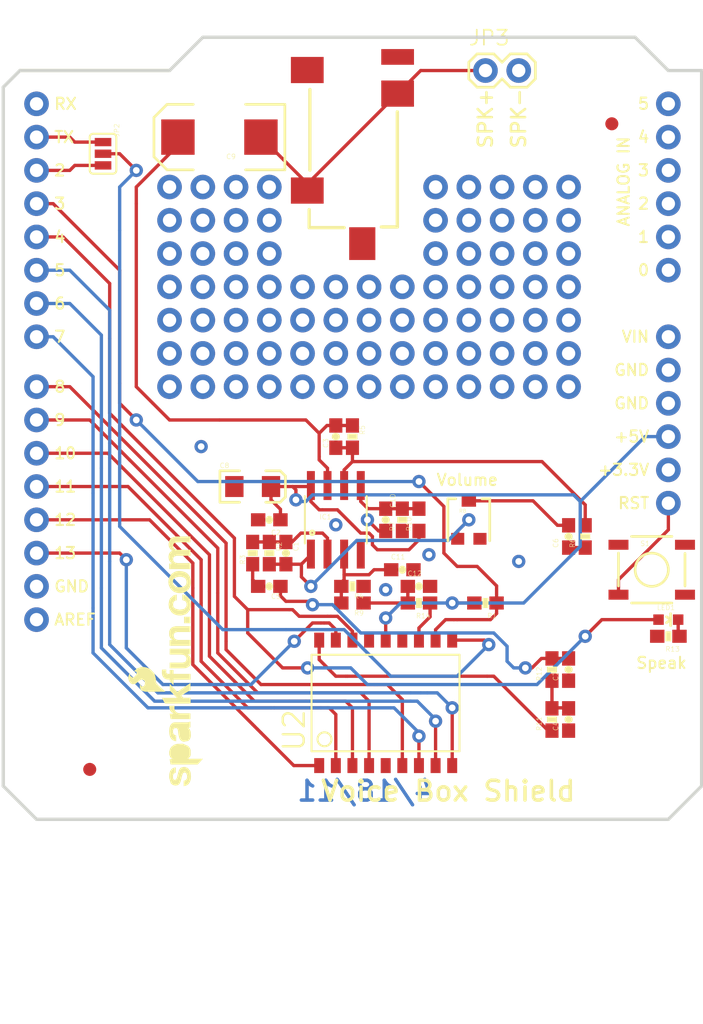
<source format=kicad_pcb>
(kicad_pcb (version 20211014) (generator pcbnew)
  (layers (0 "F.Cu" signal) (31 "B.Cu" signal) (34 "B.Paste" user) (35 "F.Paste" user) (36 "B.SilkS" user "B.Silkscreen") (37 "F.SilkS" user "F.Silkscreen") (38 "B.Mask" user) (39 "F.Mask" user) (44 "Edge.Cuts" user))
  (net 0 "")
  (net 1 "VCC")
  (net 2 "GND")
  (net 3 "E0")
  (net 4 "E1")
  (net 5 "E2")
  (net 6 "E3")
  (net 7 "E4")
  (net 8 "E5")
  (net 9 "E6")
  (net 10 "E7")
  (net 11 "RDY")
  (net 12 "N$4")
  (net 13 "N$7")
  (net 14 "IN1")
  (net 15 "OUT1")
  (net 16 "N$5")
  (net 17 "N$6")
  (net 18 "N$8")
  (net 19 "N$9")
  (net 20 "V_OUT")
  (net 21 "SPK+")
  (net 22 "N$10")
  (net 23 "N$11")
  (net 24 "D-TX")
  (net 25 "TX")
  (net 26 "N$3")
  (net 27 "RESET")
  (net 28 "N$13")
  (net 29 "N$15")
  (net 30 "RST")
  (net 31 "SPK")
  (net 32 "AUDIO")
  (net 33 "N$16")
  (net 34 "N$17")
  (net 35 "N$18")
  (net 36 "N$19")
  (net 37 "N$20")
  (net 38 "N$21")
  (net 39 "N$22")
  (net 40 "N$23")
  (net 41 "N$24")
  (net 42 "N$25")
  (net 43 "N$26")
  (net 44 "N$27")
  (net 45 "N$28")
  (net 46 "N$29")
  (net 47 "N$30")
  (net 48 "N$31")
  (net 49 "N$32")
  (net 50 "N$33")
  (net 51 "N$34")
  (net 52 "N$35")
  (net 53 "N$36")
  (net 54 "N$37")
  (net 55 "N$38")
  (net 56 "N$39")
  (net 57 "N$40")
  (net 58 "N$41")
  (net 59 "N$42")
  (net 60 "N$43")
  (net 61 "N$44")
  (net 62 "N$45")
  (net 63 "N$46")
  (net 64 "N$47")
  (net 65 "N$48")
  (net 66 "N$49")
  (net 67 "N$50")
  (net 68 "N$51")
  (net 69 "N$52")
  (net 70 "N$53")
  (net 71 "N$54")
  (net 72 "N$55")
  (net 73 "N$56")
  (net 74 "N$57")
  (net 75 "N$58")
  (net 76 "N$59")
  (net 77 "N$60")
  (net 78 "N$61")
  (net 79 "N$62")
  (net 80 "N$63")
  (net 81 "N$64")
  (net 82 "N$65")
  (net 83 "N$66")
  (net 84 "N$67")
  (net 85 "N$68")
  (net 86 "N$69")
  (net 87 "N$70")
  (net 88 "N$75")
  (net 89 "N$76")
  (net 90 "N$77")
  (net 91 "N$78")
  (net 92 "N$79")
  (net 93 "N$80")
  (net 94 "N$81")
  (net 95 "N$82")
  (net 96 "N$83")
  (net 97 "N$84")
  (net 98 "N$89")
  (net 99 "N$90")
  (net 100 "N$91")
  (net 101 "N$92")
  (net 102 "N$93")
  (net 103 "N$94")
  (net 104 "N$95")
  (net 105 "N$96")
  (net 106 "N$101")
  (net 107 "N$102")
  (net 108 "N$103")
  (net 109 "N$104")
  (net 110 "N$105")
  (net 111 "N$106")
  (net 112 "RX")
  (net 113 "A0")
  (net 114 "A1")
  (net 115 "A2")
  (net 116 "A3")
  (net 117 "A4")
  (net 118 "A5")
  (net 119 "VIN")
  (net 120 "3.3V")
  (net 121 "AREF")
  (footprint "boardEagle:0603-CAP" (layer "F.Cu") (at 165.0111 127.2286 90)
    (fp_text reference "C4")
    (fp_text value "10 nF")
  )
  (footprint "boardEagle:DUEMILANOVE_SHIELD" (layer "F.Cu") (at 121.8311 134.8486)
    (fp_text reference "U1" hide)
    (fp_text value "ARDUINO_SHIELDLABEL" hide)
  )
  (footprint "boardEagle:SJ_3_PASTE2&3" (layer "F.Cu") (at 129.4511 84.0486 -90)
    (fp_text reference "JP2")
    (fp_text value "JUMPER-32-3")
  )
  (footprint "boardEagle:0603-RES" (layer "F.Cu") (at 163.7411 123.4186 90)
    (fp_text reference "R12")
    (fp_text value "28k")
  )
  (footprint "boardEagle:0603-CAP" (layer "F.Cu") (at 152.3111 115.7986)
    (fp_text reference "C11")
    (fp_text value "1uF")
  )
  (footprint "boardEagle:0603-RES" (layer "F.Cu") (at 148.5011 117.0686 180)
    (fp_text reference "R4")
    (fp_text value "10K")
  )
  (footprint "boardEagle:FIDUCIAL-1X2" (layer "F.Cu") (at 168.3131 81.7626)
    (fp_text reference "JP4" hide)
    (fp_text value "FIDUCIAL1X2" hide)
  )
  (footprint "boardEagle:0603-RES" (layer "F.Cu") (at 152.3111 111.9886 90)
    (fp_text reference "R7")
    (fp_text value "10K")
  )
  (footprint "boardEagle:SO08" (layer "F.Cu") (at 147.2311 111.9886)
    (fp_text reference "IC1")
    (fp_text value "OPAMP-DUALU")
  )
  (footprint "boardEagle:0603-RES" (layer "F.Cu") (at 172.6311 120.8786 180)
    (fp_text reference "R13")
    (fp_text value "330")
  )
  (footprint "boardEagle:SFE-NEW-WEBLOGO" (layer "F.Cu") (at 137.0711 132.3086 90)
    (fp_text reference "JP1" hide)
    (fp_text value "LOGO-SFENEW" hide)
  )
  (footprint "boardEagle:0603-RES" (layer "F.Cu") (at 158.6611 118.3386 180)
    (fp_text reference "R1")
    (fp_text value "10k")
  )
  (footprint "boardEagle:0603-CAP" (layer "F.Cu") (at 143.4211 114.5286 -90)
    (fp_text reference "C1")
    (fp_text value "100pF")
  )
  (footprint "boardEagle:0603-RES" (layer "F.Cu") (at 153.5811 118.3386 180)
    (fp_text reference "R14")
    (fp_text value "10k")
  )
  (footprint "boardEagle:0603-RES" (layer "F.Cu") (at 148.5011 105.6386 -90)
    (fp_text reference "R5")
    (fp_text value "100K")
  )
  (footprint "boardEagle:FIDUCIAL-1X2" (layer "F.Cu") (at 128.4351 131.0386)
    (fp_text reference "JP5" hide)
    (fp_text value "FIDUCIAL1X2" hide)
  )
  (footprint "boardEagle:0603-CAP" (layer "F.Cu") (at 147.2311 105.6386 90)
    (fp_text reference "C3")
    (fp_text value "100pF")
  )
  (footprint "boardEagle:0603" (layer "F.Cu") (at 148.5011 118.3386 180)
    (fp_text reference "R9")
    (fp_text value "10K")
  )
  (footprint "boardEagle:EIA7343" (layer "F.Cu") (at 138.3411 82.7786 180)
    (fp_text reference "C9")
    (fp_text value "100 uF")
  )
  (footprint "boardEagle:0603-CAP" (layer "F.Cu") (at 165.0111 123.4186 90)
    (fp_text reference "C7")
    (fp_text value "10 nF")
  )
  (footprint "boardEagle:EIA3216" (layer "F.Cu") (at 140.8811 109.4486)
    (fp_text reference "C8")
    (fp_text value "10uF")
  )
  (footprint "boardEagle:LED-0603" (layer "F.Cu") (at 172.6311 119.6086 -90)
    (fp_text reference "LED1")
    (fp_text value "Green")
  )
  (footprint "boardEagle:0603-RES" (layer "F.Cu") (at 142.1511 114.5286 -90)
    (fp_text reference "R2")
    (fp_text value "100K")
  )
  (footprint "boardEagle:AUDIO-JACK-3.5MM-SMD" (layer "F.Cu") (at 148.5011 75.1586 -90)
    (fp_text reference "JP6" hide)
    (fp_text value "3.5mm SMD Audio Jack" hide)
  )
  (footprint "boardEagle:0603-CAP" (layer "F.Cu") (at 142.1511 111.9886 180)
    (fp_text reference "C2")
    (fp_text value "0.1uF")
  )
  (footprint "boardEagle:1X02" (layer "F.Cu") (at 158.6611 77.6986)
    (fp_text reference "JP3")
    (fp_text value "Audio Header")
  )
  (footprint "boardEagle:SO-18W" (layer "F.Cu") (at 151.0411 125.9586)
    (fp_text reference "U2")
    (fp_text value "SPEAKJETSMD_WIDE")
  )
  (footprint "boardEagle:0603-RES" (layer "F.Cu") (at 163.7411 127.2286 90)
    (fp_text reference "R11")
    (fp_text value "28k")
  )
  (footprint "boardEagle:TRIMPOT-3MM" (layer "F.Cu") (at 157.3911 111.9886)
    (fp_text reference "R8")
    (fp_text value "10K Trimpot")
  )
  (footprint "boardEagle:0603-CAP" (layer "F.Cu") (at 153.5811 117.0686)
    (fp_text reference "C12")
    (fp_text value "0.1uF")
  )
  (footprint "boardEagle:0603-CAP" (layer "F.Cu") (at 151.0411 111.9886 -90)
    (fp_text reference "C10")
    (fp_text value "1uF")
  )
  (footprint "boardEagle:0603-CAP" (layer "F.Cu") (at 142.1511 117.0686 180)
    (fp_text reference "C5")
    (fp_text value "1uF")
  )
  (footprint "boardEagle:0603-RES" (layer "F.Cu") (at 166.2811 113.2586 90)
    (fp_text reference "R6")
    (fp_text value "10K")
  )
  (footprint "boardEagle:0603-CAP" (layer "F.Cu") (at 165.0111 113.2586 90)
    (fp_text reference "C6")
    (fp_text value "1uF")
  )
  (footprint "boardEagle:0603-RES" (layer "F.Cu") (at 140.8811 114.5286 90)
    (fp_text reference "R3")
    (fp_text value "10K")
  )
  (footprint "boardEagle:0603" (layer "F.Cu") (at 153.5811 111.9886 90)
    (fp_text reference "R10")
    (fp_text value "10K")
  )
  (footprint "boardEagle:TACTILE_SWITCH_SMD" (layer "F.Cu") (at 171.3611 115.7986)
    (fp_text reference "S1")
    (fp_text value "Reset Switch")
  )
  (gr_line (start 123.1011 77.6986) (end 134.5311 77.6986) (layer "F.SilkS") (width 0.254))
  (gr_line (start 134.5311 77.6986) (end 137.0711 75.1586) (layer "Edge.Cuts") (width 0.254))
  (gr_line (start 170.0911 75.1586) (end 172.6311 77.6986) (layer "Edge.Cuts") (width 0.254))
  (gr_line (start 137.0711 75.1586) (end 170.0911 75.1586) (layer "Edge.Cuts") (width 0.254))
  (gr_line (start 124.3711 134.8486) (end 121.8311 132.3086) (layer "Edge.Cuts") (width 0.254))
  (gr_line (start 121.8311 132.3086) (end 121.8311 78.9686) (layer "Edge.Cuts") (width 0.254))
  (gr_line (start 175.1711 132.3086) (end 172.6311 134.8486) (layer "Edge.Cuts") (width 0.254))
  (gr_line (start 121.8311 78.9686) (end 123.1011 77.6986) (layer "Edge.Cuts") (width 0.254))
  (gr_line (start 123.1011 77.6986) (end 134.5311 77.6986) (layer "Edge.Cuts") (width 0.254))
  (gr_line (start 172.6311 134.8486) (end 124.3711 134.8486) (layer "Edge.Cuts") (width 0.254))
  (gr_line (start 175.1711 77.6986) (end 175.1711 132.3086) (layer "Edge.Cuts") (width 0.254))
  (gr_line (start 172.6311 77.6986) (end 175.1711 77.6986) (layer "Edge.Cuts") (width 0.254))
  (gr_text "4/18/11" (at 154.8511 133.5786) (layer "B.Cu") (effects (font (size 1.5113 1.5113) (thickness 0.2667)) (justify left bottom mirror)))
  (gr_text "Volume" (at 154.8511 109.4486) (layer "F.SilkS") (effects (font (size 0.8636 0.8636) (thickness 0.1524)) (justify left bottom)))
  (gr_text "SPK+" (at 158.0261 78.9686 90) (layer "F.SilkS") (effects (font (size 1.0795 1.0795) (thickness 0.1905)) (justify right top)))
  (gr_text "SPK-" (at 160.5661 78.9686 90) (layer "F.SilkS") (effects (font (size 1.0795 1.0795) (thickness 0.1905)) (justify right top)))
  (gr_text "Speak" (at 170.0911 123.4186) (layer "F.SilkS") (effects (font (size 0.8636 0.8636) (thickness 0.1524)) (justify left bottom)))
  (gr_text "Voice Box Shield" (at 145.9611 133.5786) (layer "F.SilkS") (effects (font (size 1.5113 1.5113) (thickness 0.2667)) (justify left bottom)))
  (segment (start 142.2811 109.4486) (end 142.2811 110.4676) (width 0.254) (layer "F.Cu") (net 1))
  (segment (start 145.9611 111.2266) (end 146.2151 111.2266) (width 0.254) (layer "F.Cu") (net 1))
  (segment (start 147.3581 111.2266) (end 147.4851 111.3536) (width 0.254) (layer "F.Cu") (net 1))
  (segment (start 152.7311 118.3386) (end 152.7311 118.2506) (width 0.254) (layer "F.Cu") (net 1))
  (segment (start 143.9291 109.4486) (end 142.2811 109.4486) (width 0.254) (layer "F.Cu") (net 1))
  (segment (start 145.2753 109.3724) (end 145.3261 109.3724) (width 0.254) (layer "F.Cu") (net 1))
  (segment (start 151.0411 119.4816) (end 151.0411 119.7356) (width 0.254) (layer "F.Cu") (net 1))
  (segment (start 150.0251 113.8936) (end 150.4061 114.2746) (width 0.254) (layer "F.Cu") (net 1))
  (segment (start 147.4851 111.3536) (end 148.5011 112.3696) (width 0.254) (layer "F.Cu") (net 1))
  (segment (start 152.7311 118.1726) (end 152.7311 117.0686) (width 0.254) (layer "F.Cu") (net 1))
  (segment (start 150.4061 114.2746) (end 152.8191 114.2746) (width 0.254) (layer "F.Cu") (net 1))
  (segment (start 143.0011 111.1876) (end 143.0011 111.9886) (width 0.254) (layer "F.Cu") (net 1))
  (segment (start 149.1361 113.0046) (end 149.3901 113.0046) (width 0.254) (layer "F.Cu") (net 1))
  (segment (start 152.6921 118.3386) (end 152.7311 118.3386) (width 0.254) (layer "F.Cu") (net 1))
  (segment (start 148.5011 112.3696) (end 149.1361 113.0046) (width 0.254) (layer "F.Cu") (net 1))
  (segment (start 144.1831 110.4646) (end 144.1831 109.7026) (width 0.254) (layer "F.Cu") (net 1))
  (segment (start 145.3261 109.3724) (end 145.3261 110.5916) (width 0.254) (layer "F.Cu") (net 1))
  (segment (start 152.6921 118.2116) (end 152.7311 118.1726) (width 0.254) (layer "F.Cu") (net 1))
  (segment (start 150.0251 113.2586) (end 150.0251 113.8936) (width 0.254) (layer "F.Cu") (net 1))
  (segment (start 152.8191 114.2746) (end 153.5811 113.5126) (width 0.254) (layer "F.Cu") (net 1))
  (segment (start 146.2151 111.2266) (end 147.3581 111.2266) (width 0.254) (layer "F.Cu") (net 1))
  (segment (start 145.3261 110.5916) (end 145.9611 111.2266) (width 0.254) (layer "F.Cu") (net 1))
  (segment (start 142.2811 110.4676) (end 142.4051 110.5916) (width 0.254) (layer "F.Cu") (net 1))
  (segment (start 151.0411 119.7356) (end 151.0411 121.1707) (width 0.254) (layer "F.Cu") (net 1))
  (segment (start 156.1211 118.3386) (end 157.8111 118.3386) (width 0.254) (layer "F.Cu") (net 1))
  (segment (start 149.3511 118.3386) (end 152.6921 118.3386) (width 0.254) (layer "F.Cu") (net 1))
  (segment (start 144.1831 109.7026) (end 143.9291 109.4486) (width 0.254) (layer "F.Cu") (net 1))
  (segment (start 152.6921 118.3386) (end 152.1841 118.3386) (width 0.254) (layer "F.Cu") (net 1))
  (segment (start 143.9291 109.4486) (end 145.1991 109.4486) (width 0.254) (layer "F.Cu") (net 1))
  (segment (start 153.5811 113.5126) (end 153.5811 112.8386) (width 0.254) (layer "F.Cu") (net 1))
  (segment (start 142.4051 110.5916) (end 143.0011 111.1876) (width 0.254) (layer "F.Cu") (net 1))
  (segment (start 152.1841 118.3386) (end 151.0411 119.4816) (width 0.254) (layer "F.Cu") (net 1))
  (segment (start 149.7711 113.0046) (end 150.0251 113.2586) (width 0.254) (layer "F.Cu") (net 1))
  (segment (start 145.1991 109.4486) (end 145.2753 109.3724) (width 0.254) (layer "F.Cu") (net 1))
  (segment (start 149.3901 113.0046) (end 149.7711 113.0046) (width 0.254) (layer "F.Cu") (net 1))
  (segment (start 152.7311 118.2506) (end 152.6921 118.2116) (width 0.254) (layer "F.Cu") (net 1))
  (via (at 156.1211 118.3386) (size 1.016) (drill 0.508) (layers "F.Cu" "B.Cu") (net 1))
  (via (at 144.1831 110.4646) (size 1.016) (drill 0.508) (layers "F.Cu" "B.Cu") (net 1))
  (via (at 151.0411 119.4816) (size 1.016) (drill 0.508) (layers "F.Cu" "B.Cu") (net 1))
  (segment (start 144.3101 110.5916) (end 144.1831 110.4646) (width 0.254) (layer "B.Cu") (net 1))
  (segment (start 161.5821 118.3386) (end 165.9001 114.0206) (width 0.254) (layer "B.Cu") (net 1))
  (segment (start 165.9001 110.7186) (end 165.9001 110.5916) (width 0.254) (layer "B.Cu") (net 1))
  (segment (start 165.3921 110.0836) (end 145.4531 110.0836) (width 0.254) (layer "B.Cu") (net 1))
  (segment (start 156.1211 118.3386) (end 161.5821 118.3386) (width 0.254) (layer "B.Cu") (net 1))
  (segment (start 165.9001 114.0206) (end 165.9001 110.7186) (width 0.254) (layer "B.Cu") (net 1))
  (segment (start 153.5811 118.3386) (end 156.1211 118.3386) (width 0.254) (layer "B.Cu") (net 1))
  (segment (start 145.4531 110.0836) (end 144.9451 110.5916) (width 0.254) (layer "B.Cu") (net 1))
  (segment (start 165.9001 110.5916) (end 165.3921 110.0836) (width 0.254) (layer "B.Cu") (net 1))
  (segment (start 165.9001 110.5916) (end 170.8531 105.6386) (width 0.254) (layer "B.Cu") (net 1))
  (segment (start 152.1841 118.3386) (end 153.5811 118.3386) (width 0.254) (layer "B.Cu") (net 1))
  (segment (start 170.8531 105.6386) (end 172.6311 105.6386) (width 0.254) (layer "B.Cu") (net 1))
  (segment (start 151.0411 119.4816) (end 152.1841 118.3386) (width 0.254) (layer "B.Cu") (net 1))
  (segment (start 144.9451 110.5916) (end 144.3101 110.5916) (width 0.254) (layer "B.Cu") (net 1))
  (segment (start 150.4941 112.8386) (end 149.7711 112.1156) (width 0.254) (layer "F.Cu") (net 2))
  (segment (start 149.7711 112.1156) (end 149.6441 111.9886) (width 0.254) (layer "F.Cu") (net 2))
  (segment (start 151.0411 112.8386) (end 150.4941 112.8386) (width 0.254) (layer "F.Cu") (net 2))
  (via (at 154.3431 114.6556) (size 1.016) (drill 0.508) (layers "F.Cu" "B.Cu") (net 2))
  (via (at 149.6441 111.9886) (size 1.016) (drill 0.508) (layers "F.Cu" "B.Cu") (net 2))
  (via (at 161.2011 115.1636) (size 1.016) (drill 0.508) (layers "F.Cu" "B.Cu") (net 2))
  (via (at 151.0411 117.3226) (size 1.016) (drill 0.508) (layers "F.Cu" "B.Cu") (net 2))
  (via (at 136.9441 106.4006) (size 1.016) (drill 0.508) (layers "F.Cu" "B.Cu") (net 2))
  (via (at 147.2311 112.3696) (size 1.016) (drill 0.508) (layers "F.Cu" "B.Cu") (net 2))
  (segment (start 156.1211 126.3396) (end 156.1211 130.7465) (width 0.254) (layer "F.Cu") (net 3))
  (via (at 156.1211 126.3396) (size 1.016) (drill 0.508) (layers "F.Cu" "B.Cu") (net 3))
  (segment (start 126.9111 92.9386) (end 124.3711 92.9386) (width 0.254) (layer "B.Cu") (net 3))
  (segment (start 133.6421 125.1966) (end 129.9591 121.5136) (width 0.254) (layer "B.Cu") (net 3))
  (segment (start 129.9591 121.5136) (end 129.9591 115.1636) (width 0.254) (layer "B.Cu") (net 3))
  (segment (start 129.9591 115.1636) (end 129.9591 106.1466) (width 0.254) (layer "B.Cu") (net 3))
  (segment (start 154.9781 125.1966) (end 156.1211 126.3396) (width 0.254) (layer "B.Cu") (net 3))
  (segment (start 129.9591 106.1466) (end 129.9591 95.9866) (width 0.254) (layer "B.Cu") (net 3))
  (segment (start 133.6421 125.1966) (end 152.9461 125.1966) (width 0.254) (layer "B.Cu") (net 3))
  (segment (start 153.7081 125.1966) (end 154.2161 125.1966) (width 0.254) (layer "B.Cu") (net 3))
  (segment (start 129.9591 95.9866) (end 126.9111 92.9386) (width 0.254) (layer "B.Cu") (net 3))
  (segment (start 154.2161 125.1966) (end 154.9781 125.1966) (width 0.254) (layer "B.Cu") (net 3))
  (segment (start 152.9461 125.1966) (end 153.7081 125.1966) (width 0.254) (layer "B.Cu") (net 3))
  (segment (start 154.8511 127.3556) (end 154.8511 130.7465) (width 0.254) (layer "F.Cu") (net 4))
  (via (at 154.8511 127.3556) (size 1.016) (drill 0.508) (layers "F.Cu" "B.Cu") (net 4))
  (segment (start 129.3241 121.7676) (end 129.3241 117.1956) (width 0.254) (layer "B.Cu") (net 4))
  (segment (start 126.9111 95.4786) (end 124.3711 95.4786) (width 0.254) (layer "B.Cu") (net 4))
  (segment (start 129.3241 117.1956) (end 129.3241 108.0516) (width 0.254) (layer "B.Cu") (net 4))
  (segment (start 153.4541 125.8316) (end 154.8511 127.2286) (width 0.254) (layer "B.Cu") (net 4))
  (segment (start 154.8511 127.2286) (end 154.8511 127.3556) (width 0.254) (layer "B.Cu") (net 4))
  (segment (start 133.3881 125.8316) (end 152.1841 125.8316) (width 0.254) (layer "B.Cu") (net 4))
  (segment (start 152.9461 125.8316) (end 153.4541 125.8316) (width 0.254) (layer "B.Cu") (net 4))
  (segment (start 129.3241 97.8916) (end 126.9111 95.4786) (width 0.254) (layer "B.Cu") (net 4))
  (segment (start 133.3881 125.8316) (end 129.3241 121.7676) (width 0.254) (layer "B.Cu") (net 4))
  (segment (start 129.3241 108.0516) (end 129.3241 97.8916) (width 0.254) (layer "B.Cu") (net 4))
  (segment (start 152.1841 125.8316) (end 152.9461 125.8316) (width 0.254) (layer "B.Cu") (net 4))
  (segment (start 153.5811 128.4986) (end 153.5811 130.7465) (width 0.254) (layer "F.Cu") (net 5))
  (via (at 153.5811 128.4986) (size 1.016) (drill 0.508) (layers "F.Cu" "B.Cu") (net 5))
  (segment (start 153.5811 128.2446) (end 153.5811 128.4986) (width 0.254) (layer "B.Cu") (net 5))
  (segment (start 128.6891 122.1486) (end 128.6891 118.7196) (width 0.254) (layer "B.Cu") (net 5))
  (segment (start 128.6891 101.0666) (end 125.6411 98.0186) (width 0.254) (layer "B.Cu") (net 5))
  (segment (start 128.6891 118.7196) (end 128.6891 109.9566) (width 0.254) (layer "B.Cu") (net 5))
  (segment (start 128.6891 109.9566) (end 128.6891 101.0666) (width 0.254) (layer "B.Cu") (net 5))
  (segment (start 125.6411 98.0186) (end 124.3711 98.0186) (width 0.254) (layer "B.Cu") (net 5))
  (segment (start 151.4221 126.3396) (end 151.6761 126.3396) (width 0.254) (layer "B.Cu") (net 5))
  (segment (start 151.6761 126.3396) (end 153.5811 128.2446) (width 0.254) (layer "B.Cu") (net 5))
  (segment (start 132.8801 126.3396) (end 151.4221 126.3396) (width 0.254) (layer "B.Cu") (net 5))
  (segment (start 132.8801 126.3396) (end 128.6891 122.1486) (width 0.254) (layer "B.Cu") (net 5))
  (segment (start 130.7211 105.6386) (end 126.9111 101.8286) (width 0.254) (layer "F.Cu") (net 6))
  (segment (start 150.1521 124.5616) (end 150.4061 124.5616) (width 0.254) (layer "F.Cu") (net 6))
  (segment (start 151.1681 124.5616) (end 152.3111 125.7046) (width 0.254) (layer "F.Cu") (net 6))
  (segment (start 141.5161 124.5616) (end 150.1521 124.5616) (width 0.254) (layer "F.Cu") (net 6))
  (segment (start 138.8491 121.8946) (end 138.8491 121.2596) (width 0.254) (layer "F.Cu") (net 6))
  (segment (start 126.9111 101.8286) (end 124.3711 101.8286) (width 0.254) (layer "F.Cu") (net 6))
  (segment (start 138.8491 113.7666) (end 130.7211 105.6386) (width 0.254) (layer "F.Cu") (net 6))
  (segment (start 141.5161 124.5616) (end 138.8491 121.8946) (width 0.254) (layer "F.Cu") (net 6))
  (segment (start 150.4061 124.5616) (end 150.9141 124.5616) (width 0.254) (layer "F.Cu") (net 6))
  (segment (start 152.3111 125.7046) (end 152.3111 130.7465) (width 0.254) (layer "F.Cu") (net 6))
  (segment (start 138.8491 121.2596) (end 138.8491 113.7666) (width 0.254) (layer "F.Cu") (net 6))
  (segment (start 150.9141 124.5616) (end 151.1681 124.5616) (width 0.254) (layer "F.Cu") (net 6))
  (segment (start 142.7861 125.1966) (end 145.7071 125.1966) (width 0.254) (layer "F.Cu") (net 7))
  (segment (start 148.8821 125.1966) (end 149.1361 125.1966) (width 0.254) (layer "F.Cu") (net 7))
  (segment (start 149.1361 125.1966) (end 149.7711 125.8316) (width 0.254) (layer "F.Cu") (net 7))
  (segment (start 139.4841 123.4186) (end 138.2141 122.1486) (width 0.254) (layer "F.Cu") (net 7))
  (segment (start 128.4351 104.3686) (end 124.3711 104.3686) (width 0.254) (layer "F.Cu") (net 7))
  (segment (start 145.7071 125.1966) (end 148.8821 125.1966) (width 0.254) (layer "F.Cu") (net 7))
  (segment (start 141.2621 125.1966) (end 142.7861 125.1966) (width 0.254) (layer "F.Cu") (net 7))
  (segment (start 131.4831 107.4166) (end 128.4351 104.3686) (width 0.254) (layer "F.Cu") (net 7))
  (segment (start 138.2141 114.1476) (end 131.4831 107.4166) (width 0.254) (layer "F.Cu") (net 7))
  (segment (start 149.7711 125.8316) (end 149.7711 130.7465) (width 0.254) (layer "F.Cu") (net 7))
  (segment (start 138.2141 122.1486) (end 138.2141 117.5766) (width 0.254) (layer "F.Cu") (net 7))
  (segment (start 141.2621 125.1966) (end 139.4841 123.4186) (width 0.254) (layer "F.Cu") (net 7))
  (segment (start 138.2141 117.5766) (end 138.2141 114.1476) (width 0.254) (layer "F.Cu") (net 7))
  (segment (start 141.0081 125.8316) (end 138.3411 123.1646) (width 0.254) (layer "F.Cu") (net 8))
  (segment (start 137.5791 117.4496) (end 137.5791 114.6556) (width 0.254) (layer "F.Cu") (net 8))
  (segment (start 148.5011 126.3396) (end 148.5011 130.7465) (width 0.254) (layer "F.Cu") (net 8))
  (segment (start 143.6751 125.8316) (end 144.9451 125.8316) (width 0.254) (layer "F.Cu") (net 8))
  (segment (start 138.3411 123.1646) (end 137.5791 122.4026) (width 0.254) (layer "F.Cu") (net 8))
  (segment (start 129.8321 106.9086) (end 124.3711 106.9086) (width 0.254) (layer "F.Cu") (net 8))
  (segment (start 141.0081 125.8316) (end 143.6751 125.8316) (width 0.254) (layer "F.Cu") (net 8))
  (segment (start 147.8661 125.8316) (end 147.9931 125.8316) (width 0.254) (layer "F.Cu") (net 8))
  (segment (start 137.5791 122.4026) (end 137.5791 117.4496) (width 0.254) (layer "F.Cu") (net 8))
  (segment (start 137.5791 114.6556) (end 130.9751 108.0516) (width 0.254) (layer "F.Cu") (net 8))
  (segment (start 130.9751 108.0516) (end 129.8321 106.9086) (width 0.254) (layer "F.Cu") (net 8))
  (segment (start 144.9451 125.8316) (end 147.8661 125.8316) (width 0.254) (layer "F.Cu") (net 8))
  (segment (start 147.9931 125.8316) (end 148.5011 126.3396) (width 0.254) (layer "F.Cu") (net 8))
  (segment (start 136.9441 115.0366) (end 132.4991 110.5916) (width 0.254) (layer "F.Cu") (net 9))
  (segment (start 142.2781 126.3396) (end 142.5321 126.3396) (width 0.254) (layer "F.Cu") (net 9))
  (segment (start 142.5321 126.3396) (end 146.0881 126.3396) (width 0.254) (layer "F.Cu") (net 9))
  (segment (start 138.2141 124.0536) (end 140.5001 126.3396) (width 0.254) (layer "F.Cu") (net 9))
  (segment (start 146.7231 126.3396) (end 147.2311 126.8476) (width 0.254) (layer "F.Cu") (net 9))
  (segment (start 136.9441 122.7836) (end 138.2141 124.0536) (width 0.254) (layer "F.Cu") (net 9))
  (segment (start 136.9441 118.3386) (end 136.9441 115.0366) (width 0.254) (layer "F.Cu") (net 9))
  (segment (start 136.9441 122.7836) (end 136.9441 118.3386) (width 0.254) (layer "F.Cu") (net 9))
  (segment (start 147.2311 126.8476) (end 147.2311 130.7465) (width 0.254) (layer "F.Cu") (net 9))
  (segment (start 131.3561 109.4486) (end 124.3711 109.4486) (width 0.254) (layer "F.Cu") (net 9))
  (segment (start 140.5001 126.3396) (end 142.2781 126.3396) (width 0.254) (layer "F.Cu") (net 9))
  (segment (start 146.0881 126.3396) (end 146.5961 126.3396) (width 0.254) (layer "F.Cu") (net 9))
  (segment (start 146.5961 126.3396) (end 146.7231 126.3396) (width 0.254) (layer "F.Cu") (net 9))
  (segment (start 132.4991 110.5916) (end 131.3561 109.4486) (width 0.254) (layer "F.Cu") (net 9))
  (segment (start 144.018 130.7465) (end 145.9611 130.7465) (width 0.254) (layer "F.Cu") (net 10))
  (segment (start 133.0071 111.9886) (end 124.3711 111.9886) (width 0.254) (layer "F.Cu") (net 10))
  (segment (start 144.018 130.7465) (end 141.5161 128.2446) (width 0.254) (layer "F.Cu") (net 10))
  (segment (start 134.0231 113.0046) (end 133.0071 111.9886) (width 0.254) (layer "F.Cu") (net 10))
  (segment (start 141.5161 128.2446) (end 141.2448 127.9733) (width 0.254) (layer "F.Cu") (net 10))
  (segment (start 136.3091 123.0376) (end 136.3091 117.1956) (width 0.254) (layer "F.Cu") (net 10))
  (segment (start 141.0081 127.7366) (end 140.8811 127.6096) (width 0.254) (layer "F.Cu") (net 10))
  (segment (start 140.8811 127.6096) (end 137.9601 124.6886) (width 0.254) (layer "F.Cu") (net 10))
  (segment (start 137.9601 124.6886) (end 136.3091 123.0376) (width 0.254) (layer "F.Cu") (net 10))
  (segment (start 141.2448 127.9733) (end 141.0081 127.7366) (width 0.254) (layer "F.Cu") (net 10))
  (segment (start 136.3091 115.2906) (end 134.0231 113.0046) (width 0.254) (layer "F.Cu") (net 10))
  (segment (start 136.3091 117.1956) (end 136.3091 115.2906) (width 0.254) (layer "F.Cu") (net 10))
  (segment (start 147.2311 120.3706) (end 147.2311 121.1707) (width 0.254) (layer "F.Cu") (net 11))
  (segment (start 146.3421 119.8626) (end 146.7231 119.8626) (width 0.254) (layer "F.Cu") (net 11))
  (segment (start 146.0881 119.8626) (end 146.3421 119.8626) (width 0.254) (layer "F.Cu") (net 11))
  (segment (start 145.4531 119.8626) (end 146.0881 119.8626) (width 0.254) (layer "F.Cu") (net 11))
  (segment (start 131.2291 115.0366) (end 130.7211 114.5286) (width 0.254) (layer "F.Cu") (net 11))
  (segment (start 146.7231 119.8626) (end 147.2311 120.3706) (width 0.254) (layer "F.Cu") (net 11))
  (segment (start 144.0561 121.2596) (end 145.4531 119.8626) (width 0.254) (layer "F.Cu") (net 11))
  (segment (start 130.7211 114.5286) (end 124.3711 114.5286) (width 0.254) (layer "F.Cu") (net 11))
  (via (at 131.2291 115.0366) (size 1.016) (drill 0.508) (layers "F.Cu" "B.Cu") (net 11))
  (via (at 144.0561 121.2596) (size 1.016) (drill 0.508) (layers "F.Cu" "B.Cu") (net 11))
  (segment (start 134.0231 124.5616) (end 132.7531 123.2916) (width 0.254) (layer "B.Cu") (net 11))
  (segment (start 132.7531 123.2916) (end 131.2291 121.7676) (width 0.254) (layer "B.Cu") (net 11))
  (segment (start 131.2291 121.7676) (end 131.2291 115.0366) (width 0.254) (layer "B.Cu") (net 11))
  (segment (start 134.0231 124.5616) (end 135.1661 124.5616) (width 0.254) (layer "B.Cu") (net 11))
  (segment (start 135.1661 124.5616) (end 139.8651 124.5616) (width 0.254) (layer "B.Cu") (net 11))
  (segment (start 140.7541 124.5616) (end 144.0561 121.2596) (width 0.254) (layer "B.Cu") (net 11))
  (segment (start 139.8651 124.5616) (end 140.7541 124.5616) (width 0.254) (layer "B.Cu") (net 11))
  (segment (start 146.5961 113.3856) (end 146.5961 114.6048) (width 0.254) (layer "F.Cu") (net 12))
  (segment (start 144.5641 113.0046) (end 146.0881 113.0046) (width 0.254) (layer "F.Cu") (net 12))
  (segment (start 140.8811 113.6786) (end 142.1121 113.6786) (width 0.254) (layer "F.Cu") (net 12))
  (segment (start 142.1511 113.6396) (end 142.1511 113.6786) (width 0.254) (layer "F.Cu") (net 12))
  (segment (start 143.8901 113.6786) (end 144.5641 113.0046) (width 0.254) (layer "F.Cu") (net 12))
  (segment (start 146.2151 113.0046) (end 146.5961 113.3856) (width 0.254) (layer "F.Cu") (net 12))
  (segment (start 143.2941 113.6396) (end 143.3331 113.6786) (width 0.254) (layer "F.Cu") (net 12))
  (segment (start 143.2551 113.6786) (end 143.2941 113.6396) (width 0.254) (layer "F.Cu") (net 12))
  (segment (start 146.0881 113.0046) (end 146.2151 113.0046) (width 0.254) (layer "F.Cu") (net 12))
  (segment (start 143.3331 113.6786) (end 143.4211 113.6786) (width 0.254) (layer "F.Cu") (net 12))
  (segment (start 142.1511 113.6786) (end 143.2551 113.6786) (width 0.254) (layer "F.Cu") (net 12))
  (segment (start 143.4211 113.6786) (end 143.8901 113.6786) (width 0.254) (layer "F.Cu") (net 12))
  (segment (start 142.1121 113.6786) (end 142.1511 113.6396) (width 0.254) (layer "F.Cu") (net 12))
  (segment (start 166.2811 110.8456) (end 166.2811 112.4086) (width 0.254) (layer "F.Cu") (net 13))
  (segment (start 148.6281 107.5436) (end 162.9791 107.5436) (width 0.254) (layer "F.Cu") (net 13))
  (segment (start 148.5011 106.5276) (end 148.5011 106.4886) (width 0.254) (layer "F.Cu") (net 13))
  (segment (start 148.4621 106.4886) (end 147.2311 106.4886) (width 0.254) (layer "F.Cu") (net 13))
  (segment (start 148.5011 106.5276) (end 148.4621 106.4886) (width 0.254) (layer "F.Cu") (net 13))
  (segment (start 147.8661 108.1786) (end 148.5011 107.5436) (width 0.254) (layer "F.Cu") (net 13))
  (segment (start 162.9791 107.5436) (end 166.2811 110.8456) (width 0.254) (layer "F.Cu") (net 13))
  (segment (start 148.5011 106.5276) (end 148.5011 106.4886) (width 0.254) (layer "F.Cu") (net 13))
  (segment (start 148.5011 107.5436) (end 148.6281 107.5436) (width 0.254) (layer "F.Cu") (net 13))
  (segment (start 147.8661 109.3724) (end 147.8661 108.1786) (width 0.254) (layer "F.Cu") (net 13))
  (segment (start 148.5011 107.5436) (end 148.5011 106.5276) (width 0.254) (layer "F.Cu") (net 13))
  (segment (start 140.8811 116.5606) (end 140.8811 115.3786) (width 0.254) (layer "F.Cu") (net 14))
  (segment (start 141.2621 116.9416) (end 140.8811 116.5606) (width 0.254) (layer "F.Cu") (net 14))
  (segment (start 141.3011 116.9806) (end 141.2621 116.9416) (width 0.254) (layer "F.Cu") (net 14))
  (segment (start 141.3011 117.0686) (end 141.3011 116.9806) (width 0.254) (layer "F.Cu") (net 14))
  (segment (start 144.6031 116.3456) (end 145.3261 117.0686) (width 0.254) (layer "F.Cu") (net 15))
  (segment (start 143.4211 115.4176) (end 143.4211 115.3786) (width 0.254) (layer "F.Cu") (net 15))
  (segment (start 144.6031 115.3786) (end 144.6911 115.2906) (width 0.254) (layer "F.Cu") (net 15))
  (segment (start 144.6911 115.2906) (end 145.3261 114.6556) (width 0.254) (layer "F.Cu") (net 15))
  (segment (start 144.5641 115.3786) (end 144.6031 115.3786) (width 0.254) (layer "F.Cu") (net 15))
  (segment (start 142.1511 115.3786) (end 143.3821 115.3786) (width 0.254) (layer "F.Cu") (net 15))
  (segment (start 157.3911 111.9886) (end 156.5411 112.8386) (width 0.254) (layer "F.Cu") (net 15))
  (segment (start 156.5411 112.8386) (end 156.5411 113.4386) (width 0.254) (layer "F.Cu") (net 15))
  (segment (start 143.3821 115.3786) (end 143.4211 115.4176) (width 0.254) (layer "F.Cu") (net 15))
  (segment (start 143.4211 115.3786) (end 144.5641 115.3786) (width 0.254) (layer "F.Cu") (net 15))
  (segment (start 145.3261 114.6556) (end 145.3261 114.6048) (width 0.254) (layer "F.Cu") (net 15))
  (segment (start 144.6031 115.3786) (end 144.6031 116.3456) (width 0.254) (layer "F.Cu") (net 15))
  (via (at 145.3261 117.0686) (size 1.016) (drill 0.508) (layers "F.Cu" "B.Cu") (net 15))
  (via (at 157.3911 111.9886) (size 1.016) (drill 0.508) (layers "F.Cu" "B.Cu") (net 15))
  (segment (start 155.8163 113.5634) (end 157.3911 111.9886) (width 0.254) (layer "B.Cu") (net 15))
  (segment (start 145.3261 117.0686) (end 148.8313 113.5634) (width 0.254) (layer "B.Cu") (net 15))
  (segment (start 148.8313 113.5634) (end 155.8163 113.5634) (width 0.254) (layer "B.Cu") (net 15))
  (segment (start 166.0271 114.1476) (end 165.9881 114.1086) (width 0.254) (layer "F.Cu") (net 16))
  (segment (start 166.2811 114.1086) (end 166.0661 114.1086) (width 0.254) (layer "F.Cu") (net 16))
  (segment (start 165.9881 114.1086) (end 165.0111 114.1086) (width 0.254) (layer "F.Cu") (net 16))
  (segment (start 166.0661 114.1086) (end 166.0271 114.1476) (width 0.254) (layer "F.Cu") (net 16))
  (segment (start 163.7411 111.9886) (end 164.1611 112.4086) (width 0.254) (layer "F.Cu") (net 17))
  (segment (start 162.2911 110.5386) (end 163.7411 111.9886) (width 0.254) (layer "F.Cu") (net 17))
  (segment (start 157.3911 110.5386) (end 162.2911 110.5386) (width 0.254) (layer "F.Cu") (net 17))
  (segment (start 164.1611 112.4086) (end 165.0111 112.4086) (width 0.254) (layer "F.Cu") (net 17))
  (segment (start 151.9691 111.1386) (end 152.0571 111.2266) (width 0.254) (layer "F.Cu") (net 18))
  (segment (start 151.0411 111.1386) (end 151.9691 111.1386) (width 0.254) (layer "F.Cu") (net 18))
  (segment (start 149.6441 111.0996) (end 149.6831 111.1386) (width 0.254) (layer "F.Cu") (net 18))
  (segment (start 152.0571 111.2266) (end 152.1451 111.1386) (width 0.254) (layer "F.Cu") (net 18))
  (segment (start 149.6441 111.0996) (end 149.1361 110.5916) (width 0.254) (layer "F.Cu") (net 18))
  (segment (start 153.3271 111.0996) (end 153.3661 111.1386) (width 0.254) (layer "F.Cu") (net 18))
  (segment (start 152.3111 111.1386) (end 153.2881 111.1386) (width 0.254) (layer "F.Cu") (net 18))
  (segment (start 152.1451 111.1386) (end 152.3111 111.1386) (width 0.254) (layer "F.Cu") (net 18))
  (segment (start 153.3661 111.1386) (end 153.5811 111.1386) (width 0.254) (layer "F.Cu") (net 18))
  (segment (start 153.2881 111.1386) (end 153.3271 111.0996) (width 0.254) (layer "F.Cu") (net 18))
  (segment (start 149.1361 110.5916) (end 149.1361 109.3724) (width 0.254) (layer "F.Cu") (net 18))
  (segment (start 149.6831 111.1386) (end 151.0411 111.1386) (width 0.254) (layer "F.Cu") (net 18))
  (segment (start 147.6121 116.8146) (end 147.8661 116.5606) (width 0.254) (layer "F.Cu") (net 19))
  (segment (start 147.8661 116.1796) (end 147.8661 114.6048) (width 0.254) (layer "F.Cu") (net 19))
  (segment (start 147.6511 118.3386) (end 147.6511 117.2836) (width 0.254) (layer "F.Cu") (net 19))
  (segment (start 147.8661 116.5606) (end 147.8661 116.1796) (width 0.254) (layer "F.Cu") (net 19))
  (segment (start 147.6511 116.8536) (end 147.6121 116.8146) (width 0.254) (layer "F.Cu") (net 19))
  (segment (start 150.1521 115.7986) (end 151.4611 115.7986) (width 0.254) (layer "F.Cu") (net 19))
  (segment (start 147.6511 117.0686) (end 147.6511 116.8536) (width 0.254) (layer "F.Cu") (net 19))
  (segment (start 147.6511 117.2836) (end 147.8661 117.0686) (width 0.254) (layer "F.Cu") (net 19))
  (segment (start 147.8661 116.1796) (end 149.7711 116.1796) (width 0.254) (layer "F.Cu") (net 19))
  (segment (start 147.8661 117.0686) (end 147.6511 117.0686) (width 0.254) (layer "F.Cu") (net 19))
  (segment (start 149.7711 116.1796) (end 150.1521 115.7986) (width 0.254) (layer "F.Cu") (net 19))
  (segment (start 147.9931 123.9266) (end 148.1201 123.9266) (width 0.254) (layer "F.Cu") (net 20))
  (segment (start 148.1201 123.9266) (end 158.7881 123.9266) (width 0.254) (layer "F.Cu") (net 20))
  (segment (start 145.9611 122.6566) (end 145.9611 121.1707) (width 0.254) (layer "F.Cu") (net 20))
  (segment (start 159.2961 123.9266) (end 162.5981 127.2286) (width 0.254) (layer "F.Cu") (net 20))
  (segment (start 162.8521 127.4826) (end 163.4481 128.0786) (width 0.254) (layer "F.Cu") (net 20))
  (segment (start 147.2311 123.9266) (end 147.9931 123.9266) (width 0.254) (layer "F.Cu") (net 20))
  (segment (start 163.4481 128.0786) (end 163.7411 128.0786) (width 0.254) (layer "F.Cu") (net 20))
  (segment (start 158.7881 123.9266) (end 159.1691 123.9266) (width 0.254) (layer "F.Cu") (net 20))
  (segment (start 159.1691 123.9266) (end 159.2961 123.9266) (width 0.254) (layer "F.Cu") (net 20))
  (segment (start 162.5981 127.2286) (end 162.8521 127.4826) (width 0.254) (layer "F.Cu") (net 20))
  (segment (start 145.9611 122.6566) (end 147.2311 123.9266) (width 0.254) (layer "F.Cu") (net 20))
  (segment (start 146.5571 104.7886) (end 147.2311 104.7886) (width 0.254) (layer "F.Cu") (net 21))
  (segment (start 133.2611 103.0986) (end 131.9911 101.8286) (width 0.254) (layer "F.Cu") (net 21))
  (segment (start 131.9911 86.5886) (end 133.2611 85.3186) (width 0.254) (layer "F.Cu") (net 21))
  (segment (start 135.1711 83.4086) (end 135.1711 82.7786) (width 0.254) (layer "F.Cu") (net 21))
  (segment (start 148.4131 104.7886) (end 148.5011 104.8766) (width 0.254) (layer "F.Cu") (net 21))
  (segment (start 145.9611 105.3846) (end 146.5571 104.7886) (width 0.254) (layer "F.Cu") (net 21))
  (segment (start 145.9611 105.3846) (end 145.9611 107.1626) (width 0.254) (layer "F.Cu") (net 21))
  (segment (start 147.2311 104.7886) (end 148.4131 104.7886) (width 0.254) (layer "F.Cu") (net 21))
  (segment (start 133.2611 85.3186) (end 135.1711 83.4086) (width 0.254) (layer "F.Cu") (net 21))
  (segment (start 134.5311 104.3686) (end 138.3411 104.3686) (width 0.254) (layer "F.Cu") (net 21))
  (segment (start 145.9611 107.1626) (end 145.9611 107.4166) (width 0.254) (layer "F.Cu") (net 21))
  (segment (start 146.5961 108.0516) (end 146.5961 109.3724) (width 0.254) (layer "F.Cu") (net 21))
  (segment (start 148.5011 104.8766) (end 148.5011 104.7886) (width 0.254) (layer "F.Cu") (net 21))
  (segment (start 131.9911 101.8286) (end 131.9911 87.8586) (width 0.254) (layer "F.Cu") (net 21))
  (segment (start 133.2611 103.0986) (end 134.5311 104.3686) (width 0.254) (layer "F.Cu") (net 21))
  (segment (start 145.9611 107.4166) (end 146.5961 108.0516) (width 0.254) (layer "F.Cu") (net 21))
  (segment (start 144.9451 104.3686) (end 145.9611 105.3846) (width 0.254) (layer "F.Cu") (net 21))
  (segment (start 138.3411 104.3686) (end 144.9451 104.3686) (width 0.254) (layer "F.Cu") (net 21))
  (segment (start 131.9911 87.8586) (end 131.9911 86.5886) (width 0.254) (layer "F.Cu") (net 21))
  (segment (start 164.7961 126.3786) (end 165.0111 126.3786) (width 0.254) (layer "F.Cu") (net 22))
  (segment (start 163.7411 126.3396) (end 164.7571 126.3396) (width 0.254) (layer "F.Cu") (net 22))
  (segment (start 164.7571 126.3396) (end 164.7961 126.3786) (width 0.254) (layer "F.Cu") (net 22))
  (segment (start 163.7411 126.3786) (end 163.7411 126.3396) (width 0.254) (layer "F.Cu") (net 22))
  (segment (start 163.7411 126.3396) (end 163.7411 124.2686) (width 0.254) (layer "F.Cu") (net 22))
  (segment (start 143.0011 117.7916) (end 143.0011 117.0686) (width 0.254) (layer "F.Cu") (net 23))
  (segment (start 162.8521 122.6566) (end 162.9401 122.5686) (width 0.254) (layer "F.Cu") (net 23))
  (segment (start 163.9561 122.5686) (end 163.9951 122.5296) (width 0.254) (layer "F.Cu") (net 23))
  (segment (start 163.7411 122.5686) (end 163.9561 122.5686) (width 0.254) (layer "F.Cu") (net 23))
  (segment (start 161.7091 123.2916) (end 162.2171 123.2916) (width 0.254) (layer "F.Cu") (net 23))
  (segment (start 164.0341 122.5686) (end 165.0111 122.5686) (width 0.254) (layer "F.Cu") (net 23))
  (segment (start 162.9401 122.5686) (end 163.7411 122.5686) (width 0.254) (layer "F.Cu") (net 23))
  (segment (start 143.4211 118.2116) (end 145.1991 118.2116) (width 0.254) (layer "F.Cu") (net 23))
  (segment (start 143.4211 118.2116) (end 143.0011 117.7916) (width 0.254) (layer "F.Cu") (net 23))
  (segment (start 163.9951 122.5296) (end 164.0341 122.5686) (width 0.254) (layer "F.Cu") (net 23))
  (segment (start 145.1991 118.2116) (end 145.4531 118.4656) (width 0.254) (layer "F.Cu") (net 23))
  (segment (start 162.2171 123.2916) (end 162.8521 122.6566) (width 0.254) (layer "F.Cu") (net 23))
  (via (at 145.4531 118.4656) (size 1.016) (drill 0.508) (layers "F.Cu" "B.Cu") (net 23))
  (via (at 161.7091 123.2916) (size 1.016) (drill 0.508) (layers "F.Cu" "B.Cu") (net 23))
  (segment (start 160.8201 123.2916) (end 161.7091 123.2916) (width 0.254) (layer "B.Cu") (net 23))
  (segment (start 149.1361 120.6246) (end 159.2961 120.6246) (width 0.254) (layer "B.Cu") (net 23))
  (segment (start 160.3121 122.7836) (end 160.8201 123.2916) (width 0.254) (layer "B.Cu") (net 23))
  (segment (start 146.9771 118.4656) (end 149.0091 120.4976) (width 0.254) (layer "B.Cu") (net 23))
  (segment (start 149.0091 120.4976) (end 149.1361 120.6246) (width 0.254) (layer "B.Cu") (net 23))
  (segment (start 159.2961 120.6246) (end 160.3121 121.6406) (width 0.254) (layer "B.Cu") (net 23))
  (segment (start 145.4531 118.4656) (end 146.9771 118.4656) (width 0.254) (layer "B.Cu") (net 23))
  (segment (start 160.3121 121.6406) (end 160.3121 122.7836) (width 0.254) (layer "B.Cu") (net 23))
  (segment (start 124.3711 85.3186) (end 126.9111 85.3186) (width 0.254) (layer "F.Cu") (net 24))
  (segment (start 127.2921 84.9376) (end 129.4511 84.9376) (width 0.254) (layer "F.Cu") (net 24))
  (segment (start 126.9111 85.3186) (end 127.2921 84.9376) (width 0.254) (layer "F.Cu") (net 24))
  (segment (start 127.2921 83.1596) (end 129.4511 83.1596) (width 0.254) (layer "F.Cu") (net 25))
  (segment (start 126.9111 82.7786) (end 127.2921 83.1596) (width 0.254) (layer "F.Cu") (net 25))
  (segment (start 124.3711 82.7786) (end 126.9111 82.7786) (width 0.254) (layer "F.Cu") (net 25))
  (segment (start 131.9911 85.3186) (end 130.7211 84.0486) (width 0.254) (layer "F.Cu") (net 26))
  (segment (start 158.9151 121.5136) (end 158.6611 121.2596) (width 0.254) (layer "F.Cu") (net 26))
  (segment (start 158.9151 121.5136) (end 158.7454 121.3439) (width 0.254) (layer "F.Cu") (net 26))
  (segment (start 158.5722 121.1707) (end 156.1211 121.1707) (width 0.254) (layer "F.Cu") (net 26))
  (segment (start 130.7211 84.0486) (end 129.4511 84.0486) (width 0.254) (layer "F.Cu") (net 26))
  (segment (start 158.6611 121.2596) (end 158.5722 121.1707) (width 0.254) (layer "F.Cu") (net 26))
  (via (at 131.9911 85.3186) (size 1.016) (drill 0.508) (layers "F.Cu" "B.Cu") (net 26))
  (via (at 158.9151 121.5136) (size 1.016) (drill 0.508) (layers "F.Cu" "B.Cu") (net 26))
  (segment (start 156.1211 123.9266) (end 156.5021 123.9266) (width 0.254) (layer "B.Cu") (net 26))
  (segment (start 151.4221 123.9266) (end 156.1211 123.9266) (width 0.254) (layer "B.Cu") (net 26))
  (segment (start 143.4211 120.3706) (end 147.8661 120.3706) (width 0.254) (layer "B.Cu") (net 26))
  (segment (start 138.5951 120.3706) (end 136.5631 118.3386) (width 0.254) (layer "B.Cu") (net 26))
  (segment (start 156.5021 123.9266) (end 158.9151 121.5136) (width 0.254) (layer "B.Cu") (net 26))
  (segment (start 130.7211 86.5886) (end 131.9911 85.3186) (width 0.254) (layer "B.Cu") (net 26))
  (segment (start 149.6441 122.1486) (end 149.7711 122.2756) (width 0.254) (layer "B.Cu") (net 26))
  (segment (start 138.5951 120.3706) (end 143.4211 120.3706) (width 0.254) (layer "B.Cu") (net 26))
  (segment (start 130.7211 89.8906) (end 130.7211 86.5886) (width 0.254) (layer "B.Cu") (net 26))
  (segment (start 147.8661 120.3706) (end 149.6441 122.1486) (width 0.254) (layer "B.Cu") (net 26))
  (segment (start 149.7711 122.2756) (end 151.4221 123.9266) (width 0.254) (layer "B.Cu") (net 26))
  (segment (start 130.7211 112.4966) (end 130.7211 89.8906) (width 0.254) (layer "B.Cu") (net 26))
  (segment (start 136.5631 118.3386) (end 130.7211 112.4966) (width 0.254) (layer "B.Cu") (net 26))
  (segment (start 168.8211 117.7036) (end 168.8211 117.5766) (width 0.254) (layer "F.Cu") (net 27))
  (segment (start 172.6311 112.7506) (end 172.6311 110.7186) (width 0.254) (layer "F.Cu") (net 27))
  (segment (start 170.8531 114.5286) (end 172.6311 112.7506) (width 0.254) (layer "F.Cu") (net 27))
  (segment (start 168.8211 117.5766) (end 168.8211 116.5606) (width 0.254) (layer "F.Cu") (net 27))
  (segment (start 168.8211 116.5606) (end 170.8531 114.5286) (width 0.254) (layer "F.Cu") (net 27))
  (segment (start 173.3931 120.7516) (end 173.3811 120.7396) (width 0.254) (layer "F.Cu") (net 28))
  (segment (start 173.4811 120.8396) (end 173.3931 120.7516) (width 0.254) (layer "F.Cu") (net 28))
  (segment (start 173.3811 120.7396) (end 173.3811 119.6086) (width 0.254) (layer "F.Cu") (net 28))
  (segment (start 173.4811 120.8786) (end 173.4811 120.8396) (width 0.254) (layer "F.Cu") (net 28))
  (segment (start 153.5811 120.2436) (end 154.3431 119.4816) (width 0.254) (layer "F.Cu") (net 29))
  (segment (start 154.4311 119.3936) (end 154.4311 118.3386) (width 0.254) (layer "F.Cu") (net 29))
  (segment (start 154.3431 119.4816) (end 154.4311 119.3936) (width 0.254) (layer "F.Cu") (net 29))
  (segment (start 153.5811 121.1707) (end 153.5811 120.2436) (width 0.254) (layer "F.Cu") (net 29))
  (segment (start 125.6411 87.8586) (end 124.3711 87.8586) (width 0.254) (layer "F.Cu") (net 30))
  (segment (start 159.2961 119.3546) (end 159.0421 119.6086) (width 0.254) (layer "F.Cu") (net 30))
  (segment (start 130.7211 101.5746) (end 130.7211 92.9386) (width 0.254) (layer "F.Cu") (net 30))
  (segment (start 130.7211 103.0986) (end 131.9911 104.3686) (width 0.254) (layer "F.Cu") (net 30))
  (segment (start 159.5111 118.3386) (end 159.5111 119.1396) (width 0.254) (layer "F.Cu") (net 30))
  (segment (start 155.4861 114.5286) (end 156.5021 115.5446) (width 0.254) (layer "F.Cu") (net 30))
  (segment (start 130.7211 92.9386) (end 125.6411 87.8586) (width 0.254) (layer "F.Cu") (net 30))
  (segment (start 155.6131 119.6086) (end 154.8511 120.3706) (width 0.254) (layer "F.Cu") (net 30))
  (segment (start 159.4231 119.2276) (end 159.2961 119.3546) (width 0.254) (layer "F.Cu") (net 30))
  (segment (start 155.4861 110.9726) (end 155.4861 114.5286) (width 0.254) (layer "F.Cu") (net 30))
  (segment (start 159.0421 119.6086) (end 156.5021 119.6086) (width 0.254) (layer "F.Cu") (net 30))
  (segment (start 154.8511 120.3706) (end 154.8511 121.1707) (width 0.254) (layer "F.Cu") (net 30))
  (segment (start 156.2481 119.6086) (end 155.6131 119.6086) (width 0.254) (layer "F.Cu") (net 30))
  (segment (start 130.7211 103.0986) (end 130.7211 101.5746) (width 0.254) (layer "F.Cu") (net 30))
  (segment (start 153.5811 109.0676) (end 155.4861 110.9726) (width 0.254) (layer "F.Cu") (net 30))
  (segment (start 159.5111 117.0296) (end 159.5111 118.3386) (width 0.254) (layer "F.Cu") (net 30))
  (segment (start 156.5021 115.5446) (end 158.0261 115.5446) (width 0.254) (layer "F.Cu") (net 30))
  (segment (start 159.5111 119.1396) (end 159.4231 119.2276) (width 0.254) (layer "F.Cu") (net 30))
  (segment (start 158.0261 115.5446) (end 159.5111 117.0296) (width 0.254) (layer "F.Cu") (net 30))
  (segment (start 156.5021 119.6086) (end 156.2481 119.6086) (width 0.254) (layer "F.Cu") (net 30))
  (via (at 131.9911 104.3686) (size 1.016) (drill 0.508) (layers "F.Cu" "B.Cu") (net 30))
  (via (at 153.5811 109.0676) (size 1.016) (drill 0.508) (layers "F.Cu" "B.Cu") (net 30))
  (segment (start 136.6901 109.0676) (end 153.5811 109.0676) (width 0.254) (layer "B.Cu") (net 30))
  (segment (start 131.9911 104.3686) (end 136.6901 109.0676) (width 0.254) (layer "B.Cu") (net 30))
  (segment (start 144.4371 119.3546) (end 146.5961 119.3546) (width 0.254) (layer "F.Cu") (net 31))
  (segment (start 140.5001 118.8466) (end 139.4841 117.8306) (width 0.254) (layer "F.Cu") (net 31))
  (segment (start 143.1671 123.2916) (end 145.0721 123.2916) (width 0.254) (layer "F.Cu") (net 31))
  (segment (start 140.5001 120.6246) (end 140.5001 118.8466) (width 0.254) (layer "F.Cu") (net 31))
  (segment (start 148.5011 120.4976) (end 148.5011 121.1707) (width 0.254) (layer "F.Cu") (net 31))
  (segment (start 143.6751 118.8466) (end 143.9291 118.8466) (width 0.254) (layer "F.Cu") (net 31))
  (segment (start 147.3581 119.3546) (end 148.5011 120.4976) (width 0.254) (layer "F.Cu") (net 31))
  (segment (start 126.4031 90.3986) (end 126.1491 90.3986) (width 0.254) (layer "F.Cu") (net 31))
  (segment (start 146.5961 119.3546) (end 146.8501 119.3546) (width 0.254) (layer "F.Cu") (net 31))
  (segment (start 140.5001 120.6246) (end 143.1671 123.2916) (width 0.254) (layer "F.Cu") (net 31))
  (segment (start 146.8501 119.3546) (end 147.3581 119.3546) (width 0.254) (layer "F.Cu") (net 31))
  (segment (start 139.4841 113.3856) (end 138.3411 112.2426) (width 0.254) (layer "F.Cu") (net 31))
  (segment (start 126.1491 90.3986) (end 124.3711 90.3986) (width 0.254) (layer "F.Cu") (net 31))
  (segment (start 129.9591 98.1456) (end 129.9591 93.9546) (width 0.254) (layer "F.Cu") (net 31))
  (segment (start 166.2811 120.8786) (end 167.5511 119.6086) (width 0.254) (layer "F.Cu") (net 31))
  (segment (start 129.9591 103.8606) (end 129.9591 98.1456) (width 0.254) (layer "F.Cu") (net 31))
  (segment (start 129.9591 93.9546) (end 126.4031 90.3986) (width 0.254) (layer "F.Cu") (net 31))
  (segment (start 143.9291 118.8466) (end 144.4371 119.3546) (width 0.254) (layer "F.Cu") (net 31))
  (segment (start 138.3411 112.2426) (end 129.9591 103.8606) (width 0.254) (layer "F.Cu") (net 31))
  (segment (start 140.5001 118.8466) (end 143.6751 118.8466) (width 0.254) (layer "F.Cu") (net 31))
  (segment (start 139.4841 117.8306) (end 139.4841 113.3856) (width 0.254) (layer "F.Cu") (net 31))
  (segment (start 167.5511 119.6086) (end 171.8811 119.6086) (width 0.254) (layer "F.Cu") (net 31))
  (via (at 166.2811 120.8786) (size 1.016) (drill 0.508) (layers "F.Cu" "B.Cu") (net 31))
  (via (at 145.0721 123.2916) (size 1.016) (drill 0.508) (layers "F.Cu" "B.Cu") (net 31))
  (segment (start 150.2791 124.5616) (end 162.5981 124.5616) (width 0.254) (layer "B.Cu") (net 31))
  (segment (start 162.5981 124.5616) (end 163.8681 123.2916) (width 0.254) (layer "B.Cu") (net 31))
  (segment (start 149.6441 124.5616) (end 150.2791 124.5616) (width 0.254) (layer "B.Cu") (net 31))
  (segment (start 145.0721 123.2916) (end 148.3741 123.2916) (width 0.254) (layer "B.Cu") (net 31))
  (segment (start 148.3741 123.2916) (end 149.6441 124.5616) (width 0.254) (layer "B.Cu") (net 31))
  (segment (start 163.8681 123.2916) (end 166.2811 120.8786) (width 0.254) (layer "B.Cu") (net 31))
  (segment (start 144.6911 85.9586) (end 141.5111 82.7786) (width 0.254) (layer "F.Cu") (net 32))
  (segment (start 144.6911 86.5886) (end 144.8211 86.5886) (width 0.254) (layer "F.Cu") (net 32))
  (segment (start 145.0511 86.8586) (end 144.7811 86.5886) (width 0.254) (layer "F.Cu") (net 32))
  (segment (start 153.7111 77.6986) (end 158.6611 77.6986) (width 0.254) (layer "F.Cu") (net 32))
  (segment (start 151.9511 79.4586) (end 153.7111 77.6986) (width 0.254) (layer "F.Cu") (net 32))
  (segment (start 145.0511 86.8586) (end 144.7811 86.5886) (width 0.254) (layer "F.Cu") (net 32))
  (segment (start 144.6911 86.5886) (end 144.6911 85.9586) (width 0.254) (layer "F.Cu") (net 32))
  (segment (start 144.7811 86.5886) (end 144.6911 86.5886) (width 0.254) (layer "F.Cu") (net 32))
  (segment (start 144.8211 86.5886) (end 151.9511 79.4586) (width 0.254) (layer "F.Cu") (net 32))
  (segment (start 144.7811 86.5886) (end 144.6911 86.5886) (width 0.254) (layer "F.Cu") (net 32))
  (via (at 134.5311 101.8286) (size 1.8796) (drill 1.016) (layers "F.Cu" "B.Cu") (net 33))
  (via (at 137.0711 101.8286) (size 1.8796) (drill 1.016) (layers "F.Cu" "B.Cu") (net 34))
  (via (at 139.6111 101.8286) (size 1.8796) (drill 1.016) (layers "F.Cu" "B.Cu") (net 35))
  (via (at 142.1511 101.8286) (size 1.8796) (drill 1.016) (layers "F.Cu" "B.Cu") (net 36))
  (via (at 144.6911 101.8286) (size 1.8796) (drill 1.016) (layers "F.Cu" "B.Cu") (net 37))
  (via (at 149.7711 101.8286) (size 1.8796) (drill 1.016) (layers "F.Cu" "B.Cu") (net 38))
  (via (at 152.3111 101.8286) (size 1.8796) (drill 1.016) (layers "F.Cu" "B.Cu") (net 39))
  (via (at 154.8511 101.8286) (size 1.8796) (drill 1.016) (layers "F.Cu" "B.Cu") (net 40))
  (via (at 157.3911 101.8286) (size 1.8796) (drill 1.016) (layers "F.Cu" "B.Cu") (net 41))
  (via (at 159.9311 101.8286) (size 1.8796) (drill 1.016) (layers "F.Cu" "B.Cu") (net 42))
  (via (at 162.4711 101.8286) (size 1.8796) (drill 1.016) (layers "F.Cu" "B.Cu") (net 43))
  (via (at 165.0111 101.8286) (size 1.8796) (drill 1.016) (layers "F.Cu" "B.Cu") (net 44))
  (via (at 165.0111 99.2886) (size 1.8796) (drill 1.016) (layers "F.Cu" "B.Cu") (net 45))
  (via (at 162.4711 99.2886) (size 1.8796) (drill 1.016) (layers "F.Cu" "B.Cu") (net 46))
  (via (at 159.9311 99.2886) (size 1.8796) (drill 1.016) (layers "F.Cu" "B.Cu") (net 47))
  (via (at 157.3911 99.2886) (size 1.8796) (drill 1.016) (layers "F.Cu" "B.Cu") (net 48))
  (via (at 154.8511 99.2886) (size 1.8796) (drill 1.016) (layers "F.Cu" "B.Cu") (net 49))
  (via (at 152.3111 99.2886) (size 1.8796) (drill 1.016) (layers "F.Cu" "B.Cu") (net 50))
  (via (at 149.7711 99.2886) (size 1.8796) (drill 1.016) (layers "F.Cu" "B.Cu") (net 51))
  (via (at 147.2311 99.2886) (size 1.8796) (drill 1.016) (layers "F.Cu" "B.Cu") (net 52))
  (via (at 144.6911 99.2886) (size 1.8796) (drill 1.016) (layers "F.Cu" "B.Cu") (net 53))
  (via (at 142.1511 99.2886) (size 1.8796) (drill 1.016) (layers "F.Cu" "B.Cu") (net 54))
  (via (at 139.6111 99.2886) (size 1.8796) (drill 1.016) (layers "F.Cu" "B.Cu") (net 55))
  (via (at 137.0711 99.2886) (size 1.8796) (drill 1.016) (layers "F.Cu" "B.Cu") (net 56))
  (via (at 134.5311 99.2886) (size 1.8796) (drill 1.016) (layers "F.Cu" "B.Cu") (net 57))
  (via (at 134.5311 96.7486) (size 1.8796) (drill 1.016) (layers "F.Cu" "B.Cu") (net 58))
  (via (at 137.0711 96.7486) (size 1.8796) (drill 1.016) (layers "F.Cu" "B.Cu") (net 59))
  (via (at 139.6111 96.7486) (size 1.8796) (drill 1.016) (layers "F.Cu" "B.Cu") (net 60))
  (via (at 142.1511 96.7486) (size 1.8796) (drill 1.016) (layers "F.Cu" "B.Cu") (net 61))
  (via (at 144.6911 96.7486) (size 1.8796) (drill 1.016) (layers "F.Cu" "B.Cu") (net 62))
  (via (at 147.2311 96.7486) (size 1.8796) (drill 1.016) (layers "F.Cu" "B.Cu") (net 63))
  (via (at 149.7711 96.7486) (size 1.8796) (drill 1.016) (layers "F.Cu" "B.Cu") (net 64))
  (via (at 152.3111 96.7486) (size 1.8796) (drill 1.016) (layers "F.Cu" "B.Cu") (net 65))
  (via (at 154.8511 96.7486) (size 1.8796) (drill 1.016) (layers "F.Cu" "B.Cu") (net 66))
  (via (at 157.3911 96.7486) (size 1.8796) (drill 1.016) (layers "F.Cu" "B.Cu") (net 67))
  (via (at 159.9311 96.7486) (size 1.8796) (drill 1.016) (layers "F.Cu" "B.Cu") (net 68))
  (via (at 162.4711 96.7486) (size 1.8796) (drill 1.016) (layers "F.Cu" "B.Cu") (net 69))
  (via (at 165.0111 96.7486) (size 1.8796) (drill 1.016) (layers "F.Cu" "B.Cu") (net 70))
  (via (at 165.0111 94.2086) (size 1.8796) (drill 1.016) (layers "F.Cu" "B.Cu") (net 71))
  (via (at 162.4711 94.2086) (size 1.8796) (drill 1.016) (layers "F.Cu" "B.Cu") (net 72))
  (via (at 159.9311 94.2086) (size 1.8796) (drill 1.016) (layers "F.Cu" "B.Cu") (net 73))
  (via (at 157.3911 94.2086) (size 1.8796) (drill 1.016) (layers "F.Cu" "B.Cu") (net 74))
  (via (at 154.8511 94.2086) (size 1.8796) (drill 1.016) (layers "F.Cu" "B.Cu") (net 75))
  (via (at 152.3111 94.2086) (size 1.8796) (drill 1.016) (layers "F.Cu" "B.Cu") (net 76))
  (via (at 149.7711 94.2086) (size 1.8796) (drill 1.016) (layers "F.Cu" "B.Cu") (net 77))
  (via (at 147.2311 94.2086) (size 1.8796) (drill 1.016) (layers "F.Cu" "B.Cu") (net 78))
  (via (at 144.6911 94.2086) (size 1.8796) (drill 1.016) (layers "F.Cu" "B.Cu") (net 79))
  (via (at 142.1511 94.2086) (size 1.8796) (drill 1.016) (layers "F.Cu" "B.Cu") (net 80))
  (via (at 139.6111 94.2086) (size 1.8796) (drill 1.016) (layers "F.Cu" "B.Cu") (net 81))
  (via (at 137.0711 94.2086) (size 1.8796) (drill 1.016) (layers "F.Cu" "B.Cu") (net 82))
  (via (at 134.5311 94.2086) (size 1.8796) (drill 1.016) (layers "F.Cu" "B.Cu") (net 83))
  (via (at 134.5311 91.6686) (size 1.8796) (drill 1.016) (layers "F.Cu" "B.Cu") (net 84))
  (via (at 137.0711 91.6686) (size 1.8796) (drill 1.016) (layers "F.Cu" "B.Cu") (net 85))
  (via (at 139.6111 91.6686) (size 1.8796) (drill 1.016) (layers "F.Cu" "B.Cu") (net 86))
  (via (at 142.1511 91.6686) (size 1.8796) (drill 1.016) (layers "F.Cu" "B.Cu") (net 87))
  (via (at 154.8511 91.6686) (size 1.8796) (drill 1.016) (layers "F.Cu" "B.Cu") (net 88))
  (via (at 157.3911 91.6686) (size 1.8796) (drill 1.016) (layers "F.Cu" "B.Cu") (net 89))
  (via (at 159.9311 91.6686) (size 1.8796) (drill 1.016) (layers "F.Cu" "B.Cu") (net 90))
  (via (at 162.4711 91.6686) (size 1.8796) (drill 1.016) (layers "F.Cu" "B.Cu") (net 91))
  (via (at 165.0111 91.6686) (size 1.8796) (drill 1.016) (layers "F.Cu" "B.Cu") (net 92))
  (via (at 165.0111 89.1286) (size 1.8796) (drill 1.016) (layers "F.Cu" "B.Cu") (net 93))
  (via (at 162.4711 89.1286) (size 1.8796) (drill 1.016) (layers "F.Cu" "B.Cu") (net 94))
  (via (at 159.9311 89.1286) (size 1.8796) (drill 1.016) (layers "F.Cu" "B.Cu") (net 95))
  (via (at 157.3911 89.1286) (size 1.8796) (drill 1.016) (layers "F.Cu" "B.Cu") (net 96))
  (via (at 154.8511 89.1286) (size 1.8796) (drill 1.016) (layers "F.Cu" "B.Cu") (net 97))
  (via (at 142.1511 89.1286) (size 1.8796) (drill 1.016) (layers "F.Cu" "B.Cu") (net 98))
  (via (at 139.6111 89.1286) (size 1.8796) (drill 1.016) (layers "F.Cu" "B.Cu") (net 99))
  (via (at 137.0711 89.1286) (size 1.8796) (drill 1.016) (layers "F.Cu" "B.Cu") (net 100))
  (via (at 134.5311 89.1286) (size 1.8796) (drill 1.016) (layers "F.Cu" "B.Cu") (net 101))
  (via (at 134.5311 86.5886) (size 1.8796) (drill 1.016) (layers "F.Cu" "B.Cu") (net 102))
  (via (at 139.6111 86.5886) (size 1.8796) (drill 1.016) (layers "F.Cu" "B.Cu") (net 103))
  (via (at 137.0711 86.5886) (size 1.8796) (drill 1.016) (layers "F.Cu" "B.Cu") (net 104))
  (via (at 142.1511 86.5886) (size 1.8796) (drill 1.016) (layers "F.Cu" "B.Cu") (net 105))
  (via (at 154.8511 86.5886) (size 1.8796) (drill 1.016) (layers "F.Cu" "B.Cu") (net 106))
  (via (at 157.3911 86.5886) (size 1.8796) (drill 1.016) (layers "F.Cu" "B.Cu") (net 107))
  (via (at 159.9311 86.5886) (size 1.8796) (drill 1.016) (layers "F.Cu" "B.Cu") (net 108))
  (via (at 162.4711 86.5886) (size 1.8796) (drill 1.016) (layers "F.Cu" "B.Cu") (net 109))
  (via (at 165.0111 86.5886) (size 1.8796) (drill 1.016) (layers "F.Cu" "B.Cu") (net 110))
  (via (at 147.2311 101.8286) (size 1.8796) (drill 1.016) (layers "F.Cu" "B.Cu") (net 111))
)
</source>
